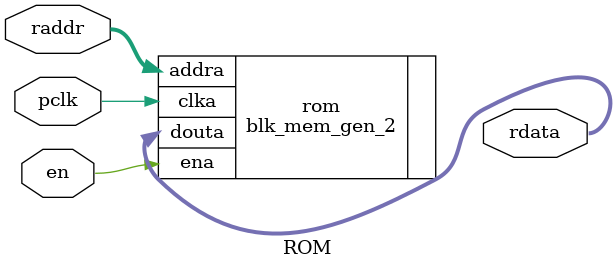
<source format=v>
`timescale 1ns / 1ps


module ROM(
    input [5:0] raddr,
    input en,
    input pclk,
    output [1:0] rdata
    );
 
 blk_mem_gen_2 rom(.addra(raddr),.douta(rdata),.ena(en),.clka(pclk));
endmodule

</source>
